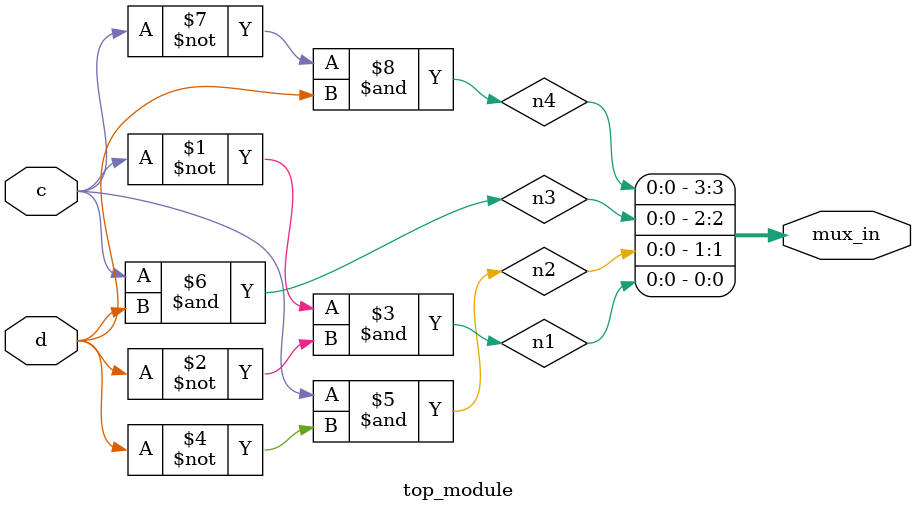
<source format=sv>
module top_module (
    input c,
    input d,
    output [3:0] mux_in
);

    wire n1, n2, n3, n4;

    assign n1 = ~c & ~d;
    assign n2 = c & ~d;
    assign n3 = c & d;
    assign n4 = ~c & d;

    assign mux_in[0] = n1;
    assign mux_in[1] = n2;
    assign mux_in[2] = n3;
    assign mux_in[3] = n4;

endmodule

</source>
